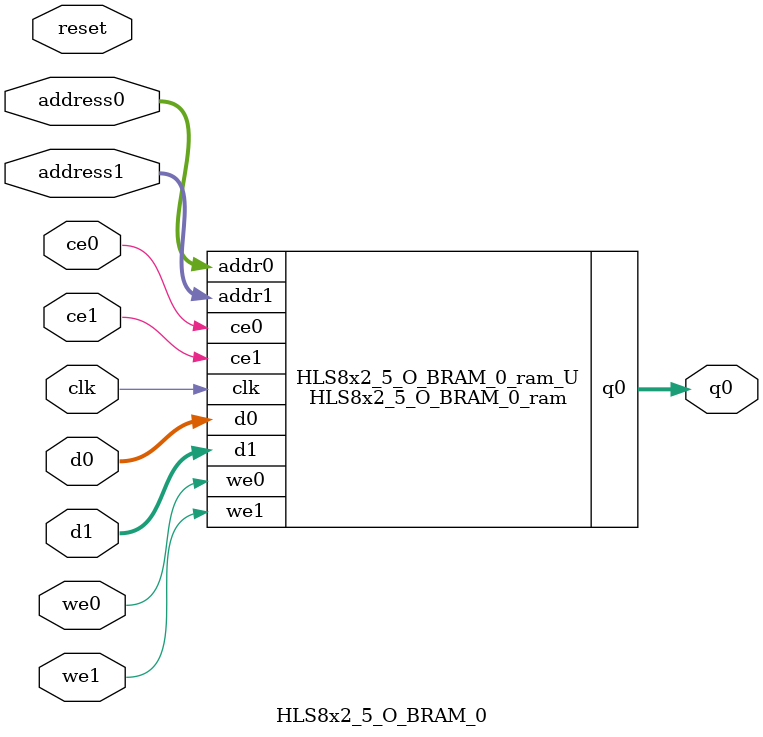
<source format=v>

`timescale 1 ns / 1 ps
module HLS8x2_5_O_BRAM_0_ram (addr0, ce0, d0, we0, q0, addr1, ce1, d1, we1,  clk);

parameter DWIDTH = 16;
parameter AWIDTH = 8;
parameter MEM_SIZE = 169;

input[AWIDTH-1:0] addr0;
input ce0;
input[DWIDTH-1:0] d0;
input we0;
output reg[DWIDTH-1:0] q0;
input[AWIDTH-1:0] addr1;
input ce1;
input[DWIDTH-1:0] d1;
input we1;
input clk;

(* ram_style = "block" *)reg [DWIDTH-1:0] ram[0:MEM_SIZE-1];




always @(posedge clk)  
begin 
    if (ce0) 
    begin
        if (we0) 
        begin 
            ram[addr0] <= d0; 
            q0 <= d0;
        end 
        else 
            q0 <= ram[addr0];
    end
end


always @(posedge clk)  
begin 
    if (ce1) 
    begin
        if (we1) 
        begin 
            ram[addr1] <= d1; 
        end 
    end
end


endmodule


`timescale 1 ns / 1 ps
module HLS8x2_5_O_BRAM_0(
    reset,
    clk,
    address0,
    ce0,
    we0,
    d0,
    q0,
    address1,
    ce1,
    we1,
    d1);

parameter DataWidth = 32'd16;
parameter AddressRange = 32'd169;
parameter AddressWidth = 32'd8;
input reset;
input clk;
input[AddressWidth - 1:0] address0;
input ce0;
input we0;
input[DataWidth - 1:0] d0;
output[DataWidth - 1:0] q0;
input[AddressWidth - 1:0] address1;
input ce1;
input we1;
input[DataWidth - 1:0] d1;



HLS8x2_5_O_BRAM_0_ram HLS8x2_5_O_BRAM_0_ram_U(
    .clk( clk ),
    .addr0( address0 ),
    .ce0( ce0 ),
    .d0( d0 ),
    .we0( we0 ),
    .q0( q0 ),
    .addr1( address1 ),
    .ce1( ce1 ),
    .d1( d1 ),
    .we1( we1 ));

endmodule


</source>
